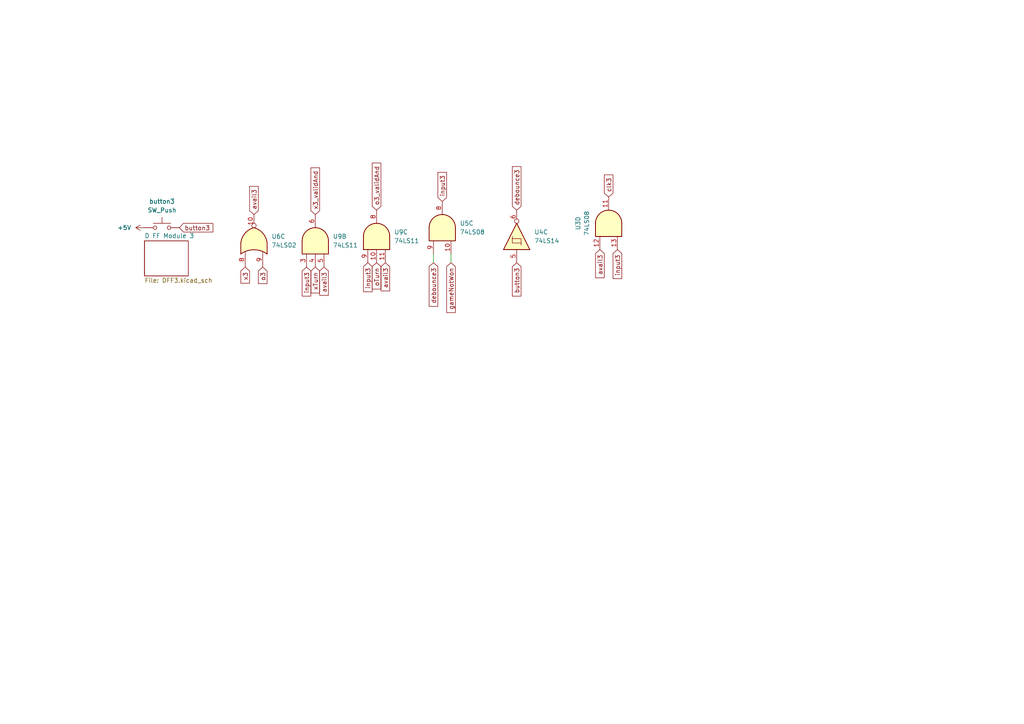
<source format=kicad_sch>
(kicad_sch
	(version 20250114)
	(generator "eeschema")
	(generator_version "9.0")
	(uuid "ecc926be-ca33-4adb-bca6-9f5bee590cbc")
	(paper "A4")
	(lib_symbols
		(symbol "74xx:74LS02"
			(pin_names
				(offset 1.016)
			)
			(exclude_from_sim no)
			(in_bom yes)
			(on_board yes)
			(property "Reference" "U"
				(at 0 1.27 0)
				(effects
					(font
						(size 1.27 1.27)
					)
				)
			)
			(property "Value" "74LS02"
				(at 0 -1.27 0)
				(effects
					(font
						(size 1.27 1.27)
					)
				)
			)
			(property "Footprint" ""
				(at 0 0 0)
				(effects
					(font
						(size 1.27 1.27)
					)
					(hide yes)
				)
			)
			(property "Datasheet" "http://www.ti.com/lit/gpn/sn74ls02"
				(at 0 0 0)
				(effects
					(font
						(size 1.27 1.27)
					)
					(hide yes)
				)
			)
			(property "Description" "quad 2-input NOR gate"
				(at 0 0 0)
				(effects
					(font
						(size 1.27 1.27)
					)
					(hide yes)
				)
			)
			(property "ki_locked" ""
				(at 0 0 0)
				(effects
					(font
						(size 1.27 1.27)
					)
				)
			)
			(property "ki_keywords" "TTL Nor2"
				(at 0 0 0)
				(effects
					(font
						(size 1.27 1.27)
					)
					(hide yes)
				)
			)
			(property "ki_fp_filters" "SO14* DIP*W7.62mm*"
				(at 0 0 0)
				(effects
					(font
						(size 1.27 1.27)
					)
					(hide yes)
				)
			)
			(symbol "74LS02_1_1"
				(arc
					(start -3.81 3.81)
					(mid -2.589 0)
					(end -3.81 -3.81)
					(stroke
						(width 0.254)
						(type default)
					)
					(fill
						(type none)
					)
				)
				(polyline
					(pts
						(xy -3.81 3.81) (xy -0.635 3.81)
					)
					(stroke
						(width 0.254)
						(type default)
					)
					(fill
						(type background)
					)
				)
				(polyline
					(pts
						(xy -3.81 -3.81) (xy -0.635 -3.81)
					)
					(stroke
						(width 0.254)
						(type default)
					)
					(fill
						(type background)
					)
				)
				(arc
					(start 3.81 0)
					(mid 2.1855 -2.584)
					(end -0.6096 -3.81)
					(stroke
						(width 0.254)
						(type default)
					)
					(fill
						(type background)
					)
				)
				(arc
					(start -0.6096 3.81)
					(mid 2.1928 2.5924)
					(end 3.81 0)
					(stroke
						(width 0.254)
						(type default)
					)
					(fill
						(type background)
					)
				)
				(polyline
					(pts
						(xy -0.635 3.81) (xy -3.81 3.81) (xy -3.81 3.81) (xy -3.556 3.4036) (xy -3.0226 2.2606) (xy -2.6924 1.0414)
						(xy -2.6162 -0.254) (xy -2.7686 -1.4986) (xy -3.175 -2.7178) (xy -3.81 -3.81) (xy -3.81 -3.81)
						(xy -0.635 -3.81)
					)
					(stroke
						(width -25.4)
						(type default)
					)
					(fill
						(type background)
					)
				)
				(pin input line
					(at -7.62 2.54 0)
					(length 4.318)
					(name "~"
						(effects
							(font
								(size 1.27 1.27)
							)
						)
					)
					(number "2"
						(effects
							(font
								(size 1.27 1.27)
							)
						)
					)
				)
				(pin input line
					(at -7.62 -2.54 0)
					(length 4.318)
					(name "~"
						(effects
							(font
								(size 1.27 1.27)
							)
						)
					)
					(number "3"
						(effects
							(font
								(size 1.27 1.27)
							)
						)
					)
				)
				(pin output inverted
					(at 7.62 0 180)
					(length 3.81)
					(name "~"
						(effects
							(font
								(size 1.27 1.27)
							)
						)
					)
					(number "1"
						(effects
							(font
								(size 1.27 1.27)
							)
						)
					)
				)
			)
			(symbol "74LS02_1_2"
				(arc
					(start 0 3.81)
					(mid 3.7934 0)
					(end 0 -3.81)
					(stroke
						(width 0.254)
						(type default)
					)
					(fill
						(type background)
					)
				)
				(polyline
					(pts
						(xy 0 3.81) (xy -3.81 3.81) (xy -3.81 -3.81) (xy 0 -3.81)
					)
					(stroke
						(width 0.254)
						(type default)
					)
					(fill
						(type background)
					)
				)
				(pin input inverted
					(at -7.62 2.54 0)
					(length 3.81)
					(name "~"
						(effects
							(font
								(size 1.27 1.27)
							)
						)
					)
					(number "2"
						(effects
							(font
								(size 1.27 1.27)
							)
						)
					)
				)
				(pin input inverted
					(at -7.62 -2.54 0)
					(length 3.81)
					(name "~"
						(effects
							(font
								(size 1.27 1.27)
							)
						)
					)
					(number "3"
						(effects
							(font
								(size 1.27 1.27)
							)
						)
					)
				)
				(pin output line
					(at 7.62 0 180)
					(length 3.81)
					(name "~"
						(effects
							(font
								(size 1.27 1.27)
							)
						)
					)
					(number "1"
						(effects
							(font
								(size 1.27 1.27)
							)
						)
					)
				)
			)
			(symbol "74LS02_2_1"
				(arc
					(start -3.81 3.81)
					(mid -2.589 0)
					(end -3.81 -3.81)
					(stroke
						(width 0.254)
						(type default)
					)
					(fill
						(type none)
					)
				)
				(polyline
					(pts
						(xy -3.81 3.81) (xy -0.635 3.81)
					)
					(stroke
						(width 0.254)
						(type default)
					)
					(fill
						(type background)
					)
				)
				(polyline
					(pts
						(xy -3.81 -3.81) (xy -0.635 -3.81)
					)
					(stroke
						(width 0.254)
						(type default)
					)
					(fill
						(type background)
					)
				)
				(arc
					(start 3.81 0)
					(mid 2.1855 -2.584)
					(end -0.6096 -3.81)
					(stroke
						(width 0.254)
						(type default)
					)
					(fill
						(type background)
					)
				)
				(arc
					(start -0.6096 3.81)
					(mid 2.1928 2.5924)
					(end 3.81 0)
					(stroke
						(width 0.254)
						(type default)
					)
					(fill
						(type background)
					)
				)
				(polyline
					(pts
						(xy -0.635 3.81) (xy -3.81 3.81) (xy -3.81 3.81) (xy -3.556 3.4036) (xy -3.0226 2.2606) (xy -2.6924 1.0414)
						(xy -2.6162 -0.254) (xy -2.7686 -1.4986) (xy -3.175 -2.7178) (xy -3.81 -3.81) (xy -3.81 -3.81)
						(xy -0.635 -3.81)
					)
					(stroke
						(width -25.4)
						(type default)
					)
					(fill
						(type background)
					)
				)
				(pin input line
					(at -7.62 2.54 0)
					(length 4.318)
					(name "~"
						(effects
							(font
								(size 1.27 1.27)
							)
						)
					)
					(number "5"
						(effects
							(font
								(size 1.27 1.27)
							)
						)
					)
				)
				(pin input line
					(at -7.62 -2.54 0)
					(length 4.318)
					(name "~"
						(effects
							(font
								(size 1.27 1.27)
							)
						)
					)
					(number "6"
						(effects
							(font
								(size 1.27 1.27)
							)
						)
					)
				)
				(pin output inverted
					(at 7.62 0 180)
					(length 3.81)
					(name "~"
						(effects
							(font
								(size 1.27 1.27)
							)
						)
					)
					(number "4"
						(effects
							(font
								(size 1.27 1.27)
							)
						)
					)
				)
			)
			(symbol "74LS02_2_2"
				(arc
					(start 0 3.81)
					(mid 3.7934 0)
					(end 0 -3.81)
					(stroke
						(width 0.254)
						(type default)
					)
					(fill
						(type background)
					)
				)
				(polyline
					(pts
						(xy 0 3.81) (xy -3.81 3.81) (xy -3.81 -3.81) (xy 0 -3.81)
					)
					(stroke
						(width 0.254)
						(type default)
					)
					(fill
						(type background)
					)
				)
				(pin input inverted
					(at -7.62 2.54 0)
					(length 3.81)
					(name "~"
						(effects
							(font
								(size 1.27 1.27)
							)
						)
					)
					(number "5"
						(effects
							(font
								(size 1.27 1.27)
							)
						)
					)
				)
				(pin input inverted
					(at -7.62 -2.54 0)
					(length 3.81)
					(name "~"
						(effects
							(font
								(size 1.27 1.27)
							)
						)
					)
					(number "6"
						(effects
							(font
								(size 1.27 1.27)
							)
						)
					)
				)
				(pin output line
					(at 7.62 0 180)
					(length 3.81)
					(name "~"
						(effects
							(font
								(size 1.27 1.27)
							)
						)
					)
					(number "4"
						(effects
							(font
								(size 1.27 1.27)
							)
						)
					)
				)
			)
			(symbol "74LS02_3_1"
				(arc
					(start -3.81 3.81)
					(mid -2.589 0)
					(end -3.81 -3.81)
					(stroke
						(width 0.254)
						(type default)
					)
					(fill
						(type none)
					)
				)
				(polyline
					(pts
						(xy -3.81 3.81) (xy -0.635 3.81)
					)
					(stroke
						(width 0.254)
						(type default)
					)
					(fill
						(type background)
					)
				)
				(polyline
					(pts
						(xy -3.81 -3.81) (xy -0.635 -3.81)
					)
					(stroke
						(width 0.254)
						(type default)
					)
					(fill
						(type background)
					)
				)
				(arc
					(start 3.81 0)
					(mid 2.1855 -2.584)
					(end -0.6096 -3.81)
					(stroke
						(width 0.254)
						(type default)
					)
					(fill
						(type background)
					)
				)
				(arc
					(start -0.6096 3.81)
					(mid 2.1928 2.5924)
					(end 3.81 0)
					(stroke
						(width 0.254)
						(type default)
					)
					(fill
						(type background)
					)
				)
				(polyline
					(pts
						(xy -0.635 3.81) (xy -3.81 3.81) (xy -3.81 3.81) (xy -3.556 3.4036) (xy -3.0226 2.2606) (xy -2.6924 1.0414)
						(xy -2.6162 -0.254) (xy -2.7686 -1.4986) (xy -3.175 -2.7178) (xy -3.81 -3.81) (xy -3.81 -3.81)
						(xy -0.635 -3.81)
					)
					(stroke
						(width -25.4)
						(type default)
					)
					(fill
						(type background)
					)
				)
				(pin input line
					(at -7.62 2.54 0)
					(length 4.318)
					(name "~"
						(effects
							(font
								(size 1.27 1.27)
							)
						)
					)
					(number "8"
						(effects
							(font
								(size 1.27 1.27)
							)
						)
					)
				)
				(pin input line
					(at -7.62 -2.54 0)
					(length 4.318)
					(name "~"
						(effects
							(font
								(size 1.27 1.27)
							)
						)
					)
					(number "9"
						(effects
							(font
								(size 1.27 1.27)
							)
						)
					)
				)
				(pin output inverted
					(at 7.62 0 180)
					(length 3.81)
					(name "~"
						(effects
							(font
								(size 1.27 1.27)
							)
						)
					)
					(number "10"
						(effects
							(font
								(size 1.27 1.27)
							)
						)
					)
				)
			)
			(symbol "74LS02_3_2"
				(arc
					(start 0 3.81)
					(mid 3.7934 0)
					(end 0 -3.81)
					(stroke
						(width 0.254)
						(type default)
					)
					(fill
						(type background)
					)
				)
				(polyline
					(pts
						(xy 0 3.81) (xy -3.81 3.81) (xy -3.81 -3.81) (xy 0 -3.81)
					)
					(stroke
						(width 0.254)
						(type default)
					)
					(fill
						(type background)
					)
				)
				(pin input inverted
					(at -7.62 2.54 0)
					(length 3.81)
					(name "~"
						(effects
							(font
								(size 1.27 1.27)
							)
						)
					)
					(number "8"
						(effects
							(font
								(size 1.27 1.27)
							)
						)
					)
				)
				(pin input inverted
					(at -7.62 -2.54 0)
					(length 3.81)
					(name "~"
						(effects
							(font
								(size 1.27 1.27)
							)
						)
					)
					(number "9"
						(effects
							(font
								(size 1.27 1.27)
							)
						)
					)
				)
				(pin output line
					(at 7.62 0 180)
					(length 3.81)
					(name "~"
						(effects
							(font
								(size 1.27 1.27)
							)
						)
					)
					(number "10"
						(effects
							(font
								(size 1.27 1.27)
							)
						)
					)
				)
			)
			(symbol "74LS02_4_1"
				(arc
					(start -3.81 3.81)
					(mid -2.589 0)
					(end -3.81 -3.81)
					(stroke
						(width 0.254)
						(type default)
					)
					(fill
						(type none)
					)
				)
				(polyline
					(pts
						(xy -3.81 3.81) (xy -0.635 3.81)
					)
					(stroke
						(width 0.254)
						(type default)
					)
					(fill
						(type background)
					)
				)
				(polyline
					(pts
						(xy -3.81 -3.81) (xy -0.635 -3.81)
					)
					(stroke
						(width 0.254)
						(type default)
					)
					(fill
						(type background)
					)
				)
				(arc
					(start 3.81 0)
					(mid 2.1855 -2.584)
					(end -0.6096 -3.81)
					(stroke
						(width 0.254)
						(type default)
					)
					(fill
						(type background)
					)
				)
				(arc
					(start -0.6096 3.81)
					(mid 2.1928 2.5924)
					(end 3.81 0)
					(stroke
						(width 0.254)
						(type default)
					)
					(fill
						(type background)
					)
				)
				(polyline
					(pts
						(xy -0.635 3.81) (xy -3.81 3.81) (xy -3.81 3.81) (xy -3.556 3.4036) (xy -3.0226 2.2606) (xy -2.6924 1.0414)
						(xy -2.6162 -0.254) (xy -2.7686 -1.4986) (xy -3.175 -2.7178) (xy -3.81 -3.81) (xy -3.81 -3.81)
						(xy -0.635 -3.81)
					)
					(stroke
						(width -25.4)
						(type default)
					)
					(fill
						(type background)
					)
				)
				(pin input line
					(at -7.62 2.54 0)
					(length 4.318)
					(name "~"
						(effects
							(font
								(size 1.27 1.27)
							)
						)
					)
					(number "11"
						(effects
							(font
								(size 1.27 1.27)
							)
						)
					)
				)
				(pin input line
					(at -7.62 -2.54 0)
					(length 4.318)
					(name "~"
						(effects
							(font
								(size 1.27 1.27)
							)
						)
					)
					(number "12"
						(effects
							(font
								(size 1.27 1.27)
							)
						)
					)
				)
				(pin output inverted
					(at 7.62 0 180)
					(length 3.81)
					(name "~"
						(effects
							(font
								(size 1.27 1.27)
							)
						)
					)
					(number "13"
						(effects
							(font
								(size 1.27 1.27)
							)
						)
					)
				)
			)
			(symbol "74LS02_4_2"
				(arc
					(start 0 3.81)
					(mid 3.7934 0)
					(end 0 -3.81)
					(stroke
						(width 0.254)
						(type default)
					)
					(fill
						(type background)
					)
				)
				(polyline
					(pts
						(xy 0 3.81) (xy -3.81 3.81) (xy -3.81 -3.81) (xy 0 -3.81)
					)
					(stroke
						(width 0.254)
						(type default)
					)
					(fill
						(type background)
					)
				)
				(pin input inverted
					(at -7.62 2.54 0)
					(length 3.81)
					(name "~"
						(effects
							(font
								(size 1.27 1.27)
							)
						)
					)
					(number "11"
						(effects
							(font
								(size 1.27 1.27)
							)
						)
					)
				)
				(pin input inverted
					(at -7.62 -2.54 0)
					(length 3.81)
					(name "~"
						(effects
							(font
								(size 1.27 1.27)
							)
						)
					)
					(number "12"
						(effects
							(font
								(size 1.27 1.27)
							)
						)
					)
				)
				(pin output line
					(at 7.62 0 180)
					(length 3.81)
					(name "~"
						(effects
							(font
								(size 1.27 1.27)
							)
						)
					)
					(number "13"
						(effects
							(font
								(size 1.27 1.27)
							)
						)
					)
				)
			)
			(symbol "74LS02_5_0"
				(pin power_in line
					(at 0 12.7 270)
					(length 5.08)
					(name "VCC"
						(effects
							(font
								(size 1.27 1.27)
							)
						)
					)
					(number "14"
						(effects
							(font
								(size 1.27 1.27)
							)
						)
					)
				)
				(pin power_in line
					(at 0 -12.7 90)
					(length 5.08)
					(name "GND"
						(effects
							(font
								(size 1.27 1.27)
							)
						)
					)
					(number "7"
						(effects
							(font
								(size 1.27 1.27)
							)
						)
					)
				)
			)
			(symbol "74LS02_5_1"
				(rectangle
					(start -5.08 7.62)
					(end 5.08 -7.62)
					(stroke
						(width 0.254)
						(type default)
					)
					(fill
						(type background)
					)
				)
			)
			(embedded_fonts no)
		)
		(symbol "74xx:74LS08"
			(pin_names
				(offset 1.016)
			)
			(exclude_from_sim no)
			(in_bom yes)
			(on_board yes)
			(property "Reference" "U"
				(at 0 1.27 0)
				(effects
					(font
						(size 1.27 1.27)
					)
				)
			)
			(property "Value" "74LS08"
				(at 0 -1.27 0)
				(effects
					(font
						(size 1.27 1.27)
					)
				)
			)
			(property "Footprint" ""
				(at 0 0 0)
				(effects
					(font
						(size 1.27 1.27)
					)
					(hide yes)
				)
			)
			(property "Datasheet" "http://www.ti.com/lit/gpn/sn74LS08"
				(at 0 0 0)
				(effects
					(font
						(size 1.27 1.27)
					)
					(hide yes)
				)
			)
			(property "Description" "Quad And2"
				(at 0 0 0)
				(effects
					(font
						(size 1.27 1.27)
					)
					(hide yes)
				)
			)
			(property "ki_locked" ""
				(at 0 0 0)
				(effects
					(font
						(size 1.27 1.27)
					)
				)
			)
			(property "ki_keywords" "TTL and2"
				(at 0 0 0)
				(effects
					(font
						(size 1.27 1.27)
					)
					(hide yes)
				)
			)
			(property "ki_fp_filters" "DIP*W7.62mm*"
				(at 0 0 0)
				(effects
					(font
						(size 1.27 1.27)
					)
					(hide yes)
				)
			)
			(symbol "74LS08_1_1"
				(arc
					(start 0 3.81)
					(mid 3.7934 0)
					(end 0 -3.81)
					(stroke
						(width 0.254)
						(type default)
					)
					(fill
						(type background)
					)
				)
				(polyline
					(pts
						(xy 0 3.81) (xy -3.81 3.81) (xy -3.81 -3.81) (xy 0 -3.81)
					)
					(stroke
						(width 0.254)
						(type default)
					)
					(fill
						(type background)
					)
				)
				(pin input line
					(at -7.62 2.54 0)
					(length 3.81)
					(name "~"
						(effects
							(font
								(size 1.27 1.27)
							)
						)
					)
					(number "1"
						(effects
							(font
								(size 1.27 1.27)
							)
						)
					)
				)
				(pin input line
					(at -7.62 -2.54 0)
					(length 3.81)
					(name "~"
						(effects
							(font
								(size 1.27 1.27)
							)
						)
					)
					(number "2"
						(effects
							(font
								(size 1.27 1.27)
							)
						)
					)
				)
				(pin output line
					(at 7.62 0 180)
					(length 3.81)
					(name "~"
						(effects
							(font
								(size 1.27 1.27)
							)
						)
					)
					(number "3"
						(effects
							(font
								(size 1.27 1.27)
							)
						)
					)
				)
			)
			(symbol "74LS08_1_2"
				(arc
					(start -3.81 3.81)
					(mid -2.589 0)
					(end -3.81 -3.81)
					(stroke
						(width 0.254)
						(type default)
					)
					(fill
						(type none)
					)
				)
				(polyline
					(pts
						(xy -3.81 3.81) (xy -0.635 3.81)
					)
					(stroke
						(width 0.254)
						(type default)
					)
					(fill
						(type background)
					)
				)
				(polyline
					(pts
						(xy -3.81 -3.81) (xy -0.635 -3.81)
					)
					(stroke
						(width 0.254)
						(type default)
					)
					(fill
						(type background)
					)
				)
				(arc
					(start 3.81 0)
					(mid 2.1855 -2.584)
					(end -0.6096 -3.81)
					(stroke
						(width 0.254)
						(type default)
					)
					(fill
						(type background)
					)
				)
				(arc
					(start -0.6096 3.81)
					(mid 2.1928 2.5924)
					(end 3.81 0)
					(stroke
						(width 0.254)
						(type default)
					)
					(fill
						(type background)
					)
				)
				(polyline
					(pts
						(xy -0.635 3.81) (xy -3.81 3.81) (xy -3.81 3.81) (xy -3.556 3.4036) (xy -3.0226 2.2606) (xy -2.6924 1.0414)
						(xy -2.6162 -0.254) (xy -2.7686 -1.4986) (xy -3.175 -2.7178) (xy -3.81 -3.81) (xy -3.81 -3.81)
						(xy -0.635 -3.81)
					)
					(stroke
						(width -25.4)
						(type default)
					)
					(fill
						(type background)
					)
				)
				(pin input inverted
					(at -7.62 2.54 0)
					(length 4.318)
					(name "~"
						(effects
							(font
								(size 1.27 1.27)
							)
						)
					)
					(number "1"
						(effects
							(font
								(size 1.27 1.27)
							)
						)
					)
				)
				(pin input inverted
					(at -7.62 -2.54 0)
					(length 4.318)
					(name "~"
						(effects
							(font
								(size 1.27 1.27)
							)
						)
					)
					(number "2"
						(effects
							(font
								(size 1.27 1.27)
							)
						)
					)
				)
				(pin output inverted
					(at 7.62 0 180)
					(length 3.81)
					(name "~"
						(effects
							(font
								(size 1.27 1.27)
							)
						)
					)
					(number "3"
						(effects
							(font
								(size 1.27 1.27)
							)
						)
					)
				)
			)
			(symbol "74LS08_2_1"
				(arc
					(start 0 3.81)
					(mid 3.7934 0)
					(end 0 -3.81)
					(stroke
						(width 0.254)
						(type default)
					)
					(fill
						(type background)
					)
				)
				(polyline
					(pts
						(xy 0 3.81) (xy -3.81 3.81) (xy -3.81 -3.81) (xy 0 -3.81)
					)
					(stroke
						(width 0.254)
						(type default)
					)
					(fill
						(type background)
					)
				)
				(pin input line
					(at -7.62 2.54 0)
					(length 3.81)
					(name "~"
						(effects
							(font
								(size 1.27 1.27)
							)
						)
					)
					(number "4"
						(effects
							(font
								(size 1.27 1.27)
							)
						)
					)
				)
				(pin input line
					(at -7.62 -2.54 0)
					(length 3.81)
					(name "~"
						(effects
							(font
								(size 1.27 1.27)
							)
						)
					)
					(number "5"
						(effects
							(font
								(size 1.27 1.27)
							)
						)
					)
				)
				(pin output line
					(at 7.62 0 180)
					(length 3.81)
					(name "~"
						(effects
							(font
								(size 1.27 1.27)
							)
						)
					)
					(number "6"
						(effects
							(font
								(size 1.27 1.27)
							)
						)
					)
				)
			)
			(symbol "74LS08_2_2"
				(arc
					(start -3.81 3.81)
					(mid -2.589 0)
					(end -3.81 -3.81)
					(stroke
						(width 0.254)
						(type default)
					)
					(fill
						(type none)
					)
				)
				(polyline
					(pts
						(xy -3.81 3.81) (xy -0.635 3.81)
					)
					(stroke
						(width 0.254)
						(type default)
					)
					(fill
						(type background)
					)
				)
				(polyline
					(pts
						(xy -3.81 -3.81) (xy -0.635 -3.81)
					)
					(stroke
						(width 0.254)
						(type default)
					)
					(fill
						(type background)
					)
				)
				(arc
					(start 3.81 0)
					(mid 2.1855 -2.584)
					(end -0.6096 -3.81)
					(stroke
						(width 0.254)
						(type default)
					)
					(fill
						(type background)
					)
				)
				(arc
					(start -0.6096 3.81)
					(mid 2.1928 2.5924)
					(end 3.81 0)
					(stroke
						(width 0.254)
						(type default)
					)
					(fill
						(type background)
					)
				)
				(polyline
					(pts
						(xy -0.635 3.81) (xy -3.81 3.81) (xy -3.81 3.81) (xy -3.556 3.4036) (xy -3.0226 2.2606) (xy -2.6924 1.0414)
						(xy -2.6162 -0.254) (xy -2.7686 -1.4986) (xy -3.175 -2.7178) (xy -3.81 -3.81) (xy -3.81 -3.81)
						(xy -0.635 -3.81)
					)
					(stroke
						(width -25.4)
						(type default)
					)
					(fill
						(type background)
					)
				)
				(pin input inverted
					(at -7.62 2.54 0)
					(length 4.318)
					(name "~"
						(effects
							(font
								(size 1.27 1.27)
							)
						)
					)
					(number "4"
						(effects
							(font
								(size 1.27 1.27)
							)
						)
					)
				)
				(pin input inverted
					(at -7.62 -2.54 0)
					(length 4.318)
					(name "~"
						(effects
							(font
								(size 1.27 1.27)
							)
						)
					)
					(number "5"
						(effects
							(font
								(size 1.27 1.27)
							)
						)
					)
				)
				(pin output inverted
					(at 7.62 0 180)
					(length 3.81)
					(name "~"
						(effects
							(font
								(size 1.27 1.27)
							)
						)
					)
					(number "6"
						(effects
							(font
								(size 1.27 1.27)
							)
						)
					)
				)
			)
			(symbol "74LS08_3_1"
				(arc
					(start 0 3.81)
					(mid 3.7934 0)
					(end 0 -3.81)
					(stroke
						(width 0.254)
						(type default)
					)
					(fill
						(type background)
					)
				)
				(polyline
					(pts
						(xy 0 3.81) (xy -3.81 3.81) (xy -3.81 -3.81) (xy 0 -3.81)
					)
					(stroke
						(width 0.254)
						(type default)
					)
					(fill
						(type background)
					)
				)
				(pin input line
					(at -7.62 2.54 0)
					(length 3.81)
					(name "~"
						(effects
							(font
								(size 1.27 1.27)
							)
						)
					)
					(number "9"
						(effects
							(font
								(size 1.27 1.27)
							)
						)
					)
				)
				(pin input line
					(at -7.62 -2.54 0)
					(length 3.81)
					(name "~"
						(effects
							(font
								(size 1.27 1.27)
							)
						)
					)
					(number "10"
						(effects
							(font
								(size 1.27 1.27)
							)
						)
					)
				)
				(pin output line
					(at 7.62 0 180)
					(length 3.81)
					(name "~"
						(effects
							(font
								(size 1.27 1.27)
							)
						)
					)
					(number "8"
						(effects
							(font
								(size 1.27 1.27)
							)
						)
					)
				)
			)
			(symbol "74LS08_3_2"
				(arc
					(start -3.81 3.81)
					(mid -2.589 0)
					(end -3.81 -3.81)
					(stroke
						(width 0.254)
						(type default)
					)
					(fill
						(type none)
					)
				)
				(polyline
					(pts
						(xy -3.81 3.81) (xy -0.635 3.81)
					)
					(stroke
						(width 0.254)
						(type default)
					)
					(fill
						(type background)
					)
				)
				(polyline
					(pts
						(xy -3.81 -3.81) (xy -0.635 -3.81)
					)
					(stroke
						(width 0.254)
						(type default)
					)
					(fill
						(type background)
					)
				)
				(arc
					(start 3.81 0)
					(mid 2.1855 -2.584)
					(end -0.6096 -3.81)
					(stroke
						(width 0.254)
						(type default)
					)
					(fill
						(type background)
					)
				)
				(arc
					(start -0.6096 3.81)
					(mid 2.1928 2.5924)
					(end 3.81 0)
					(stroke
						(width 0.254)
						(type default)
					)
					(fill
						(type background)
					)
				)
				(polyline
					(pts
						(xy -0.635 3.81) (xy -3.81 3.81) (xy -3.81 3.81) (xy -3.556 3.4036) (xy -3.0226 2.2606) (xy -2.6924 1.0414)
						(xy -2.6162 -0.254) (xy -2.7686 -1.4986) (xy -3.175 -2.7178) (xy -3.81 -3.81) (xy -3.81 -3.81)
						(xy -0.635 -3.81)
					)
					(stroke
						(width -25.4)
						(type default)
					)
					(fill
						(type background)
					)
				)
				(pin input inverted
					(at -7.62 2.54 0)
					(length 4.318)
					(name "~"
						(effects
							(font
								(size 1.27 1.27)
							)
						)
					)
					(number "9"
						(effects
							(font
								(size 1.27 1.27)
							)
						)
					)
				)
				(pin input inverted
					(at -7.62 -2.54 0)
					(length 4.318)
					(name "~"
						(effects
							(font
								(size 1.27 1.27)
							)
						)
					)
					(number "10"
						(effects
							(font
								(size 1.27 1.27)
							)
						)
					)
				)
				(pin output inverted
					(at 7.62 0 180)
					(length 3.81)
					(name "~"
						(effects
							(font
								(size 1.27 1.27)
							)
						)
					)
					(number "8"
						(effects
							(font
								(size 1.27 1.27)
							)
						)
					)
				)
			)
			(symbol "74LS08_4_1"
				(arc
					(start 0 3.81)
					(mid 3.7934 0)
					(end 0 -3.81)
					(stroke
						(width 0.254)
						(type default)
					)
					(fill
						(type background)
					)
				)
				(polyline
					(pts
						(xy 0 3.81) (xy -3.81 3.81) (xy -3.81 -3.81) (xy 0 -3.81)
					)
					(stroke
						(width 0.254)
						(type default)
					)
					(fill
						(type background)
					)
				)
				(pin input line
					(at -7.62 2.54 0)
					(length 3.81)
					(name "~"
						(effects
							(font
								(size 1.27 1.27)
							)
						)
					)
					(number "12"
						(effects
							(font
								(size 1.27 1.27)
							)
						)
					)
				)
				(pin input line
					(at -7.62 -2.54 0)
					(length 3.81)
					(name "~"
						(effects
							(font
								(size 1.27 1.27)
							)
						)
					)
					(number "13"
						(effects
							(font
								(size 1.27 1.27)
							)
						)
					)
				)
				(pin output line
					(at 7.62 0 180)
					(length 3.81)
					(name "~"
						(effects
							(font
								(size 1.27 1.27)
							)
						)
					)
					(number "11"
						(effects
							(font
								(size 1.27 1.27)
							)
						)
					)
				)
			)
			(symbol "74LS08_4_2"
				(arc
					(start -3.81 3.81)
					(mid -2.589 0)
					(end -3.81 -3.81)
					(stroke
						(width 0.254)
						(type default)
					)
					(fill
						(type none)
					)
				)
				(polyline
					(pts
						(xy -3.81 3.81) (xy -0.635 3.81)
					)
					(stroke
						(width 0.254)
						(type default)
					)
					(fill
						(type background)
					)
				)
				(polyline
					(pts
						(xy -3.81 -3.81) (xy -0.635 -3.81)
					)
					(stroke
						(width 0.254)
						(type default)
					)
					(fill
						(type background)
					)
				)
				(arc
					(start 3.81 0)
					(mid 2.1855 -2.584)
					(end -0.6096 -3.81)
					(stroke
						(width 0.254)
						(type default)
					)
					(fill
						(type background)
					)
				)
				(arc
					(start -0.6096 3.81)
					(mid 2.1928 2.5924)
					(end 3.81 0)
					(stroke
						(width 0.254)
						(type default)
					)
					(fill
						(type background)
					)
				)
				(polyline
					(pts
						(xy -0.635 3.81) (xy -3.81 3.81) (xy -3.81 3.81) (xy -3.556 3.4036) (xy -3.0226 2.2606) (xy -2.6924 1.0414)
						(xy -2.6162 -0.254) (xy -2.7686 -1.4986) (xy -3.175 -2.7178) (xy -3.81 -3.81) (xy -3.81 -3.81)
						(xy -0.635 -3.81)
					)
					(stroke
						(width -25.4)
						(type default)
					)
					(fill
						(type background)
					)
				)
				(pin input inverted
					(at -7.62 2.54 0)
					(length 4.318)
					(name "~"
						(effects
							(font
								(size 1.27 1.27)
							)
						)
					)
					(number "12"
						(effects
							(font
								(size 1.27 1.27)
							)
						)
					)
				)
				(pin input inverted
					(at -7.62 -2.54 0)
					(length 4.318)
					(name "~"
						(effects
							(font
								(size 1.27 1.27)
							)
						)
					)
					(number "13"
						(effects
							(font
								(size 1.27 1.27)
							)
						)
					)
				)
				(pin output inverted
					(at 7.62 0 180)
					(length 3.81)
					(name "~"
						(effects
							(font
								(size 1.27 1.27)
							)
						)
					)
					(number "11"
						(effects
							(font
								(size 1.27 1.27)
							)
						)
					)
				)
			)
			(symbol "74LS08_5_0"
				(pin power_in line
					(at 0 12.7 270)
					(length 5.08)
					(name "VCC"
						(effects
							(font
								(size 1.27 1.27)
							)
						)
					)
					(number "14"
						(effects
							(font
								(size 1.27 1.27)
							)
						)
					)
				)
				(pin power_in line
					(at 0 -12.7 90)
					(length 5.08)
					(name "GND"
						(effects
							(font
								(size 1.27 1.27)
							)
						)
					)
					(number "7"
						(effects
							(font
								(size 1.27 1.27)
							)
						)
					)
				)
			)
			(symbol "74LS08_5_1"
				(rectangle
					(start -5.08 7.62)
					(end 5.08 -7.62)
					(stroke
						(width 0.254)
						(type default)
					)
					(fill
						(type background)
					)
				)
			)
			(embedded_fonts no)
		)
		(symbol "74xx:74LS11"
			(pin_names
				(offset 1.016)
			)
			(exclude_from_sim no)
			(in_bom yes)
			(on_board yes)
			(property "Reference" "U"
				(at 0 1.27 0)
				(effects
					(font
						(size 1.27 1.27)
					)
				)
			)
			(property "Value" "74LS11"
				(at 0 -1.27 0)
				(effects
					(font
						(size 1.27 1.27)
					)
				)
			)
			(property "Footprint" ""
				(at 0 0 0)
				(effects
					(font
						(size 1.27 1.27)
					)
					(hide yes)
				)
			)
			(property "Datasheet" "http://www.ti.com/lit/gpn/sn74LS11"
				(at 0 0 0)
				(effects
					(font
						(size 1.27 1.27)
					)
					(hide yes)
				)
			)
			(property "Description" "Triple 3-input AND"
				(at 0 0 0)
				(effects
					(font
						(size 1.27 1.27)
					)
					(hide yes)
				)
			)
			(property "ki_locked" ""
				(at 0 0 0)
				(effects
					(font
						(size 1.27 1.27)
					)
				)
			)
			(property "ki_keywords" "TTL And3"
				(at 0 0 0)
				(effects
					(font
						(size 1.27 1.27)
					)
					(hide yes)
				)
			)
			(property "ki_fp_filters" "DIP*W7.62mm*"
				(at 0 0 0)
				(effects
					(font
						(size 1.27 1.27)
					)
					(hide yes)
				)
			)
			(symbol "74LS11_1_1"
				(arc
					(start 0 3.81)
					(mid 3.7934 0)
					(end 0 -3.81)
					(stroke
						(width 0.254)
						(type default)
					)
					(fill
						(type background)
					)
				)
				(polyline
					(pts
						(xy 0 3.81) (xy -3.81 3.81) (xy -3.81 -3.81) (xy 0 -3.81)
					)
					(stroke
						(width 0.254)
						(type default)
					)
					(fill
						(type background)
					)
				)
				(pin input line
					(at -7.62 2.54 0)
					(length 3.81)
					(name "~"
						(effects
							(font
								(size 1.27 1.27)
							)
						)
					)
					(number "1"
						(effects
							(font
								(size 1.27 1.27)
							)
						)
					)
				)
				(pin input line
					(at -7.62 0 0)
					(length 3.81)
					(name "~"
						(effects
							(font
								(size 1.27 1.27)
							)
						)
					)
					(number "2"
						(effects
							(font
								(size 1.27 1.27)
							)
						)
					)
				)
				(pin input line
					(at -7.62 -2.54 0)
					(length 3.81)
					(name "~"
						(effects
							(font
								(size 1.27 1.27)
							)
						)
					)
					(number "13"
						(effects
							(font
								(size 1.27 1.27)
							)
						)
					)
				)
				(pin output line
					(at 7.62 0 180)
					(length 3.81)
					(name "~"
						(effects
							(font
								(size 1.27 1.27)
							)
						)
					)
					(number "12"
						(effects
							(font
								(size 1.27 1.27)
							)
						)
					)
				)
			)
			(symbol "74LS11_1_2"
				(arc
					(start -3.81 3.81)
					(mid -2.589 0)
					(end -3.81 -3.81)
					(stroke
						(width 0.254)
						(type default)
					)
					(fill
						(type none)
					)
				)
				(polyline
					(pts
						(xy -3.81 3.81) (xy -0.635 3.81)
					)
					(stroke
						(width 0.254)
						(type default)
					)
					(fill
						(type background)
					)
				)
				(polyline
					(pts
						(xy -3.81 -3.81) (xy -0.635 -3.81)
					)
					(stroke
						(width 0.254)
						(type default)
					)
					(fill
						(type background)
					)
				)
				(arc
					(start 3.81 0)
					(mid 2.1855 -2.584)
					(end -0.6096 -3.81)
					(stroke
						(width 0.254)
						(type default)
					)
					(fill
						(type background)
					)
				)
				(arc
					(start -0.6096 3.81)
					(mid 2.1928 2.5924)
					(end 3.81 0)
					(stroke
						(width 0.254)
						(type default)
					)
					(fill
						(type background)
					)
				)
				(polyline
					(pts
						(xy -0.635 3.81) (xy -3.81 3.81) (xy -3.81 3.81) (xy -3.556 3.4036) (xy -3.0226 2.2606) (xy -2.6924 1.0414)
						(xy -2.6162 -0.254) (xy -2.7686 -1.4986) (xy -3.175 -2.7178) (xy -3.81 -3.81) (xy -3.81 -3.81)
						(xy -0.635 -3.81)
					)
					(stroke
						(width -25.4)
						(type default)
					)
					(fill
						(type background)
					)
				)
				(pin input inverted
					(at -7.62 2.54 0)
					(length 4.318)
					(name "~"
						(effects
							(font
								(size 1.27 1.27)
							)
						)
					)
					(number "1"
						(effects
							(font
								(size 1.27 1.27)
							)
						)
					)
				)
				(pin input inverted
					(at -7.62 0 0)
					(length 4.953)
					(name "~"
						(effects
							(font
								(size 1.27 1.27)
							)
						)
					)
					(number "2"
						(effects
							(font
								(size 1.27 1.27)
							)
						)
					)
				)
				(pin input inverted
					(at -7.62 -2.54 0)
					(length 4.318)
					(name "~"
						(effects
							(font
								(size 1.27 1.27)
							)
						)
					)
					(number "13"
						(effects
							(font
								(size 1.27 1.27)
							)
						)
					)
				)
				(pin output inverted
					(at 7.62 0 180)
					(length 3.81)
					(name "~"
						(effects
							(font
								(size 1.27 1.27)
							)
						)
					)
					(number "12"
						(effects
							(font
								(size 1.27 1.27)
							)
						)
					)
				)
			)
			(symbol "74LS11_2_1"
				(arc
					(start 0 3.81)
					(mid 3.7934 0)
					(end 0 -3.81)
					(stroke
						(width 0.254)
						(type default)
					)
					(fill
						(type background)
					)
				)
				(polyline
					(pts
						(xy 0 3.81) (xy -3.81 3.81) (xy -3.81 -3.81) (xy 0 -3.81)
					)
					(stroke
						(width 0.254)
						(type default)
					)
					(fill
						(type background)
					)
				)
				(pin input line
					(at -7.62 2.54 0)
					(length 3.81)
					(name "~"
						(effects
							(font
								(size 1.27 1.27)
							)
						)
					)
					(number "3"
						(effects
							(font
								(size 1.27 1.27)
							)
						)
					)
				)
				(pin input line
					(at -7.62 0 0)
					(length 3.81)
					(name "~"
						(effects
							(font
								(size 1.27 1.27)
							)
						)
					)
					(number "4"
						(effects
							(font
								(size 1.27 1.27)
							)
						)
					)
				)
				(pin input line
					(at -7.62 -2.54 0)
					(length 3.81)
					(name "~"
						(effects
							(font
								(size 1.27 1.27)
							)
						)
					)
					(number "5"
						(effects
							(font
								(size 1.27 1.27)
							)
						)
					)
				)
				(pin output line
					(at 7.62 0 180)
					(length 3.81)
					(name "~"
						(effects
							(font
								(size 1.27 1.27)
							)
						)
					)
					(number "6"
						(effects
							(font
								(size 1.27 1.27)
							)
						)
					)
				)
			)
			(symbol "74LS11_2_2"
				(arc
					(start -3.81 3.81)
					(mid -2.589 0)
					(end -3.81 -3.81)
					(stroke
						(width 0.254)
						(type default)
					)
					(fill
						(type none)
					)
				)
				(polyline
					(pts
						(xy -3.81 3.81) (xy -0.635 3.81)
					)
					(stroke
						(width 0.254)
						(type default)
					)
					(fill
						(type background)
					)
				)
				(polyline
					(pts
						(xy -3.81 -3.81) (xy -0.635 -3.81)
					)
					(stroke
						(width 0.254)
						(type default)
					)
					(fill
						(type background)
					)
				)
				(arc
					(start 3.81 0)
					(mid 2.1855 -2.584)
					(end -0.6096 -3.81)
					(stroke
						(width 0.254)
						(type default)
					)
					(fill
						(type background)
					)
				)
				(arc
					(start -0.6096 3.81)
					(mid 2.1928 2.5924)
					(end 3.81 0)
					(stroke
						(width 0.254)
						(type default)
					)
					(fill
						(type background)
					)
				)
				(polyline
					(pts
						(xy -0.635 3.81) (xy -3.81 3.81) (xy -3.81 3.81) (xy -3.556 3.4036) (xy -3.0226 2.2606) (xy -2.6924 1.0414)
						(xy -2.6162 -0.254) (xy -2.7686 -1.4986) (xy -3.175 -2.7178) (xy -3.81 -3.81) (xy -3.81 -3.81)
						(xy -0.635 -3.81)
					)
					(stroke
						(width -25.4)
						(type default)
					)
					(fill
						(type background)
					)
				)
				(pin input inverted
					(at -7.62 2.54 0)
					(length 4.318)
					(name "~"
						(effects
							(font
								(size 1.27 1.27)
							)
						)
					)
					(number "3"
						(effects
							(font
								(size 1.27 1.27)
							)
						)
					)
				)
				(pin input inverted
					(at -7.62 0 0)
					(length 4.953)
					(name "~"
						(effects
							(font
								(size 1.27 1.27)
							)
						)
					)
					(number "4"
						(effects
							(font
								(size 1.27 1.27)
							)
						)
					)
				)
				(pin input inverted
					(at -7.62 -2.54 0)
					(length 4.318)
					(name "~"
						(effects
							(font
								(size 1.27 1.27)
							)
						)
					)
					(number "5"
						(effects
							(font
								(size 1.27 1.27)
							)
						)
					)
				)
				(pin output inverted
					(at 7.62 0 180)
					(length 3.81)
					(name "~"
						(effects
							(font
								(size 1.27 1.27)
							)
						)
					)
					(number "6"
						(effects
							(font
								(size 1.27 1.27)
							)
						)
					)
				)
			)
			(symbol "74LS11_3_1"
				(arc
					(start 0 3.81)
					(mid 3.7934 0)
					(end 0 -3.81)
					(stroke
						(width 0.254)
						(type default)
					)
					(fill
						(type background)
					)
				)
				(polyline
					(pts
						(xy 0 3.81) (xy -3.81 3.81) (xy -3.81 -3.81) (xy 0 -3.81)
					)
					(stroke
						(width 0.254)
						(type default)
					)
					(fill
						(type background)
					)
				)
				(pin input line
					(at -7.62 2.54 0)
					(length 3.81)
					(name "~"
						(effects
							(font
								(size 1.27 1.27)
							)
						)
					)
					(number "9"
						(effects
							(font
								(size 1.27 1.27)
							)
						)
					)
				)
				(pin input line
					(at -7.62 0 0)
					(length 3.81)
					(name "~"
						(effects
							(font
								(size 1.27 1.27)
							)
						)
					)
					(number "10"
						(effects
							(font
								(size 1.27 1.27)
							)
						)
					)
				)
				(pin input line
					(at -7.62 -2.54 0)
					(length 3.81)
					(name "~"
						(effects
							(font
								(size 1.27 1.27)
							)
						)
					)
					(number "11"
						(effects
							(font
								(size 1.27 1.27)
							)
						)
					)
				)
				(pin output line
					(at 7.62 0 180)
					(length 3.81)
					(name "~"
						(effects
							(font
								(size 1.27 1.27)
							)
						)
					)
					(number "8"
						(effects
							(font
								(size 1.27 1.27)
							)
						)
					)
				)
			)
			(symbol "74LS11_3_2"
				(arc
					(start -3.81 3.81)
					(mid -2.589 0)
					(end -3.81 -3.81)
					(stroke
						(width 0.254)
						(type default)
					)
					(fill
						(type none)
					)
				)
				(polyline
					(pts
						(xy -3.81 3.81) (xy -0.635 3.81)
					)
					(stroke
						(width 0.254)
						(type default)
					)
					(fill
						(type background)
					)
				)
				(polyline
					(pts
						(xy -3.81 -3.81) (xy -0.635 -3.81)
					)
					(stroke
						(width 0.254)
						(type default)
					)
					(fill
						(type background)
					)
				)
				(arc
					(start 3.81 0)
					(mid 2.1855 -2.584)
					(end -0.6096 -3.81)
					(stroke
						(width 0.254)
						(type default)
					)
					(fill
						(type background)
					)
				)
				(arc
					(start -0.6096 3.81)
					(mid 2.1928 2.5924)
					(end 3.81 0)
					(stroke
						(width 0.254)
						(type default)
					)
					(fill
						(type background)
					)
				)
				(polyline
					(pts
						(xy -0.635 3.81) (xy -3.81 3.81) (xy -3.81 3.81) (xy -3.556 3.4036) (xy -3.0226 2.2606) (xy -2.6924 1.0414)
						(xy -2.6162 -0.254) (xy -2.7686 -1.4986) (xy -3.175 -2.7178) (xy -3.81 -3.81) (xy -3.81 -3.81)
						(xy -0.635 -3.81)
					)
					(stroke
						(width -25.4)
						(type default)
					)
					(fill
						(type background)
					)
				)
				(pin input inverted
					(at -7.62 2.54 0)
					(length 4.318)
					(name "~"
						(effects
							(font
								(size 1.27 1.27)
							)
						)
					)
					(number "9"
						(effects
							(font
								(size 1.27 1.27)
							)
						)
					)
				)
				(pin input inverted
					(at -7.62 0 0)
					(length 4.953)
					(name "~"
						(effects
							(font
								(size 1.27 1.27)
							)
						)
					)
					(number "10"
						(effects
							(font
								(size 1.27 1.27)
							)
						)
					)
				)
				(pin input inverted
					(at -7.62 -2.54 0)
					(length 4.318)
					(name "~"
						(effects
							(font
								(size 1.27 1.27)
							)
						)
					)
					(number "11"
						(effects
							(font
								(size 1.27 1.27)
							)
						)
					)
				)
				(pin output inverted
					(at 7.62 0 180)
					(length 3.81)
					(name "~"
						(effects
							(font
								(size 1.27 1.27)
							)
						)
					)
					(number "8"
						(effects
							(font
								(size 1.27 1.27)
							)
						)
					)
				)
			)
			(symbol "74LS11_4_0"
				(pin power_in line
					(at 0 12.7 270)
					(length 5.08)
					(name "VCC"
						(effects
							(font
								(size 1.27 1.27)
							)
						)
					)
					(number "14"
						(effects
							(font
								(size 1.27 1.27)
							)
						)
					)
				)
				(pin power_in line
					(at 0 -12.7 90)
					(length 5.08)
					(name "GND"
						(effects
							(font
								(size 1.27 1.27)
							)
						)
					)
					(number "7"
						(effects
							(font
								(size 1.27 1.27)
							)
						)
					)
				)
			)
			(symbol "74LS11_4_1"
				(rectangle
					(start -5.08 7.62)
					(end 5.08 -7.62)
					(stroke
						(width 0.254)
						(type default)
					)
					(fill
						(type background)
					)
				)
			)
			(embedded_fonts no)
		)
		(symbol "74xx:74LS14"
			(pin_names
				(offset 1.016)
			)
			(exclude_from_sim no)
			(in_bom yes)
			(on_board yes)
			(property "Reference" "U"
				(at 0 1.27 0)
				(effects
					(font
						(size 1.27 1.27)
					)
				)
			)
			(property "Value" "74LS14"
				(at 0 -1.27 0)
				(effects
					(font
						(size 1.27 1.27)
					)
				)
			)
			(property "Footprint" ""
				(at 0 0 0)
				(effects
					(font
						(size 1.27 1.27)
					)
					(hide yes)
				)
			)
			(property "Datasheet" "http://www.ti.com/lit/gpn/sn74LS14"
				(at 0 0 0)
				(effects
					(font
						(size 1.27 1.27)
					)
					(hide yes)
				)
			)
			(property "Description" "Hex inverter schmitt trigger"
				(at 0 0 0)
				(effects
					(font
						(size 1.27 1.27)
					)
					(hide yes)
				)
			)
			(property "ki_locked" ""
				(at 0 0 0)
				(effects
					(font
						(size 1.27 1.27)
					)
				)
			)
			(property "ki_keywords" "TTL not inverter"
				(at 0 0 0)
				(effects
					(font
						(size 1.27 1.27)
					)
					(hide yes)
				)
			)
			(property "ki_fp_filters" "DIP*W7.62mm*"
				(at 0 0 0)
				(effects
					(font
						(size 1.27 1.27)
					)
					(hide yes)
				)
			)
			(symbol "74LS14_1_0"
				(polyline
					(pts
						(xy -3.81 3.81) (xy -3.81 -3.81) (xy 3.81 0) (xy -3.81 3.81)
					)
					(stroke
						(width 0.254)
						(type default)
					)
					(fill
						(type background)
					)
				)
				(pin input line
					(at -7.62 0 0)
					(length 3.81)
					(name "~"
						(effects
							(font
								(size 1.27 1.27)
							)
						)
					)
					(number "1"
						(effects
							(font
								(size 1.27 1.27)
							)
						)
					)
				)
				(pin output inverted
					(at 7.62 0 180)
					(length 3.81)
					(name "~"
						(effects
							(font
								(size 1.27 1.27)
							)
						)
					)
					(number "2"
						(effects
							(font
								(size 1.27 1.27)
							)
						)
					)
				)
			)
			(symbol "74LS14_1_1"
				(polyline
					(pts
						(xy -2.54 -1.27) (xy -0.635 -1.27) (xy -0.635 1.27) (xy 0 1.27)
					)
					(stroke
						(width 0)
						(type default)
					)
					(fill
						(type none)
					)
				)
				(polyline
					(pts
						(xy -1.905 -1.27) (xy -1.905 1.27) (xy -0.635 1.27)
					)
					(stroke
						(width 0)
						(type default)
					)
					(fill
						(type none)
					)
				)
			)
			(symbol "74LS14_2_0"
				(polyline
					(pts
						(xy -3.81 3.81) (xy -3.81 -3.81) (xy 3.81 0) (xy -3.81 3.81)
					)
					(stroke
						(width 0.254)
						(type default)
					)
					(fill
						(type background)
					)
				)
				(pin input line
					(at -7.62 0 0)
					(length 3.81)
					(name "~"
						(effects
							(font
								(size 1.27 1.27)
							)
						)
					)
					(number "3"
						(effects
							(font
								(size 1.27 1.27)
							)
						)
					)
				)
				(pin output inverted
					(at 7.62 0 180)
					(length 3.81)
					(name "~"
						(effects
							(font
								(size 1.27 1.27)
							)
						)
					)
					(number "4"
						(effects
							(font
								(size 1.27 1.27)
							)
						)
					)
				)
			)
			(symbol "74LS14_2_1"
				(polyline
					(pts
						(xy -2.54 -1.27) (xy -0.635 -1.27) (xy -0.635 1.27) (xy 0 1.27)
					)
					(stroke
						(width 0)
						(type default)
					)
					(fill
						(type none)
					)
				)
				(polyline
					(pts
						(xy -1.905 -1.27) (xy -1.905 1.27) (xy -0.635 1.27)
					)
					(stroke
						(width 0)
						(type default)
					)
					(fill
						(type none)
					)
				)
			)
			(symbol "74LS14_3_0"
				(polyline
					(pts
						(xy -3.81 3.81) (xy -3.81 -3.81) (xy 3.81 0) (xy -3.81 3.81)
					)
					(stroke
						(width 0.254)
						(type default)
					)
					(fill
						(type background)
					)
				)
				(pin input line
					(at -7.62 0 0)
					(length 3.81)
					(name "~"
						(effects
							(font
								(size 1.27 1.27)
							)
						)
					)
					(number "5"
						(effects
							(font
								(size 1.27 1.27)
							)
						)
					)
				)
				(pin output inverted
					(at 7.62 0 180)
					(length 3.81)
					(name "~"
						(effects
							(font
								(size 1.27 1.27)
							)
						)
					)
					(number "6"
						(effects
							(font
								(size 1.27 1.27)
							)
						)
					)
				)
			)
			(symbol "74LS14_3_1"
				(polyline
					(pts
						(xy -2.54 -1.27) (xy -0.635 -1.27) (xy -0.635 1.27) (xy 0 1.27)
					)
					(stroke
						(width 0)
						(type default)
					)
					(fill
						(type none)
					)
				)
				(polyline
					(pts
						(xy -1.905 -1.27) (xy -1.905 1.27) (xy -0.635 1.27)
					)
					(stroke
						(width 0)
						(type default)
					)
					(fill
						(type none)
					)
				)
			)
			(symbol "74LS14_4_0"
				(polyline
					(pts
						(xy -3.81 3.81) (xy -3.81 -3.81) (xy 3.81 0) (xy -3.81 3.81)
					)
					(stroke
						(width 0.254)
						(type default)
					)
					(fill
						(type background)
					)
				)
				(pin input line
					(at -7.62 0 0)
					(length 3.81)
					(name "~"
						(effects
							(font
								(size 1.27 1.27)
							)
						)
					)
					(number "9"
						(effects
							(font
								(size 1.27 1.27)
							)
						)
					)
				)
				(pin output inverted
					(at 7.62 0 180)
					(length 3.81)
					(name "~"
						(effects
							(font
								(size 1.27 1.27)
							)
						)
					)
					(number "8"
						(effects
							(font
								(size 1.27 1.27)
							)
						)
					)
				)
			)
			(symbol "74LS14_4_1"
				(polyline
					(pts
						(xy -2.54 -1.27) (xy -0.635 -1.27) (xy -0.635 1.27) (xy 0 1.27)
					)
					(stroke
						(width 0)
						(type default)
					)
					(fill
						(type none)
					)
				)
				(polyline
					(pts
						(xy -1.905 -1.27) (xy -1.905 1.27) (xy -0.635 1.27)
					)
					(stroke
						(width 0)
						(type default)
					)
					(fill
						(type none)
					)
				)
			)
			(symbol "74LS14_5_0"
				(polyline
					(pts
						(xy -3.81 3.81) (xy -3.81 -3.81) (xy 3.81 0) (xy -3.81 3.81)
					)
					(stroke
						(width 0.254)
						(type default)
					)
					(fill
						(type background)
					)
				)
				(pin input line
					(at -7.62 0 0)
					(length 3.81)
					(name "~"
						(effects
							(font
								(size 1.27 1.27)
							)
						)
					)
					(number "11"
						(effects
							(font
								(size 1.27 1.27)
							)
						)
					)
				)
				(pin output inverted
					(at 7.62 0 180)
					(length 3.81)
					(name "~"
						(effects
							(font
								(size 1.27 1.27)
							)
						)
					)
					(number "10"
						(effects
							(font
								(size 1.27 1.27)
							)
						)
					)
				)
			)
			(symbol "74LS14_5_1"
				(polyline
					(pts
						(xy -2.54 -1.27) (xy -0.635 -1.27) (xy -0.635 1.27) (xy 0 1.27)
					)
					(stroke
						(width 0)
						(type default)
					)
					(fill
						(type none)
					)
				)
				(polyline
					(pts
						(xy -1.905 -1.27) (xy -1.905 1.27) (xy -0.635 1.27)
					)
					(stroke
						(width 0)
						(type default)
					)
					(fill
						(type none)
					)
				)
			)
			(symbol "74LS14_6_0"
				(polyline
					(pts
						(xy -3.81 3.81) (xy -3.81 -3.81) (xy 3.81 0) (xy -3.81 3.81)
					)
					(stroke
						(width 0.254)
						(type default)
					)
					(fill
						(type background)
					)
				)
				(pin input line
					(at -7.62 0 0)
					(length 3.81)
					(name "~"
						(effects
							(font
								(size 1.27 1.27)
							)
						)
					)
					(number "13"
						(effects
							(font
								(size 1.27 1.27)
							)
						)
					)
				)
				(pin output inverted
					(at 7.62 0 180)
					(length 3.81)
					(name "~"
						(effects
							(font
								(size 1.27 1.27)
							)
						)
					)
					(number "12"
						(effects
							(font
								(size 1.27 1.27)
							)
						)
					)
				)
			)
			(symbol "74LS14_6_1"
				(polyline
					(pts
						(xy -2.54 -1.27) (xy -0.635 -1.27) (xy -0.635 1.27) (xy 0 1.27)
					)
					(stroke
						(width 0)
						(type default)
					)
					(fill
						(type none)
					)
				)
				(polyline
					(pts
						(xy -1.905 -1.27) (xy -1.905 1.27) (xy -0.635 1.27)
					)
					(stroke
						(width 0)
						(type default)
					)
					(fill
						(type none)
					)
				)
			)
			(symbol "74LS14_7_0"
				(pin power_in line
					(at 0 12.7 270)
					(length 5.08)
					(name "VCC"
						(effects
							(font
								(size 1.27 1.27)
							)
						)
					)
					(number "14"
						(effects
							(font
								(size 1.27 1.27)
							)
						)
					)
				)
				(pin power_in line
					(at 0 -12.7 90)
					(length 5.08)
					(name "GND"
						(effects
							(font
								(size 1.27 1.27)
							)
						)
					)
					(number "7"
						(effects
							(font
								(size 1.27 1.27)
							)
						)
					)
				)
			)
			(symbol "74LS14_7_1"
				(rectangle
					(start -5.08 7.62)
					(end 5.08 -7.62)
					(stroke
						(width 0.254)
						(type default)
					)
					(fill
						(type background)
					)
				)
			)
			(embedded_fonts no)
		)
		(symbol "Switch:SW_Push"
			(pin_numbers
				(hide yes)
			)
			(pin_names
				(offset 1.016)
				(hide yes)
			)
			(exclude_from_sim no)
			(in_bom yes)
			(on_board yes)
			(property "Reference" "SW"
				(at 1.27 2.54 0)
				(effects
					(font
						(size 1.27 1.27)
					)
					(justify left)
				)
			)
			(property "Value" "SW_Push"
				(at 0 -1.524 0)
				(effects
					(font
						(size 1.27 1.27)
					)
				)
			)
			(property "Footprint" ""
				(at 0 5.08 0)
				(effects
					(font
						(size 1.27 1.27)
					)
					(hide yes)
				)
			)
			(property "Datasheet" "~"
				(at 0 5.08 0)
				(effects
					(font
						(size 1.27 1.27)
					)
					(hide yes)
				)
			)
			(property "Description" "Push button switch, generic, two pins"
				(at 0 0 0)
				(effects
					(font
						(size 1.27 1.27)
					)
					(hide yes)
				)
			)
			(property "ki_keywords" "switch normally-open pushbutton push-button"
				(at 0 0 0)
				(effects
					(font
						(size 1.27 1.27)
					)
					(hide yes)
				)
			)
			(symbol "SW_Push_0_1"
				(circle
					(center -2.032 0)
					(radius 0.508)
					(stroke
						(width 0)
						(type default)
					)
					(fill
						(type none)
					)
				)
				(polyline
					(pts
						(xy 0 1.27) (xy 0 3.048)
					)
					(stroke
						(width 0)
						(type default)
					)
					(fill
						(type none)
					)
				)
				(circle
					(center 2.032 0)
					(radius 0.508)
					(stroke
						(width 0)
						(type default)
					)
					(fill
						(type none)
					)
				)
				(polyline
					(pts
						(xy 2.54 1.27) (xy -2.54 1.27)
					)
					(stroke
						(width 0)
						(type default)
					)
					(fill
						(type none)
					)
				)
				(pin passive line
					(at -5.08 0 0)
					(length 2.54)
					(name "1"
						(effects
							(font
								(size 1.27 1.27)
							)
						)
					)
					(number "1"
						(effects
							(font
								(size 1.27 1.27)
							)
						)
					)
				)
				(pin passive line
					(at 5.08 0 180)
					(length 2.54)
					(name "2"
						(effects
							(font
								(size 1.27 1.27)
							)
						)
					)
					(number "2"
						(effects
							(font
								(size 1.27 1.27)
							)
						)
					)
				)
			)
			(embedded_fonts no)
		)
		(symbol "power:+5V"
			(power)
			(pin_numbers
				(hide yes)
			)
			(pin_names
				(offset 0)
				(hide yes)
			)
			(exclude_from_sim no)
			(in_bom yes)
			(on_board yes)
			(property "Reference" "#PWR"
				(at 0 -3.81 0)
				(effects
					(font
						(size 1.27 1.27)
					)
					(hide yes)
				)
			)
			(property "Value" "+5V"
				(at 0 3.556 0)
				(effects
					(font
						(size 1.27 1.27)
					)
				)
			)
			(property "Footprint" ""
				(at 0 0 0)
				(effects
					(font
						(size 1.27 1.27)
					)
					(hide yes)
				)
			)
			(property "Datasheet" ""
				(at 0 0 0)
				(effects
					(font
						(size 1.27 1.27)
					)
					(hide yes)
				)
			)
			(property "Description" "Power symbol creates a global label with name \"+5V\""
				(at 0 0 0)
				(effects
					(font
						(size 1.27 1.27)
					)
					(hide yes)
				)
			)
			(property "ki_keywords" "global power"
				(at 0 0 0)
				(effects
					(font
						(size 1.27 1.27)
					)
					(hide yes)
				)
			)
			(symbol "+5V_0_1"
				(polyline
					(pts
						(xy -0.762 1.27) (xy 0 2.54)
					)
					(stroke
						(width 0)
						(type default)
					)
					(fill
						(type none)
					)
				)
				(polyline
					(pts
						(xy 0 2.54) (xy 0.762 1.27)
					)
					(stroke
						(width 0)
						(type default)
					)
					(fill
						(type none)
					)
				)
				(polyline
					(pts
						(xy 0 0) (xy 0 2.54)
					)
					(stroke
						(width 0)
						(type default)
					)
					(fill
						(type none)
					)
				)
			)
			(symbol "+5V_1_1"
				(pin power_in line
					(at 0 0 90)
					(length 0)
					(name "~"
						(effects
							(font
								(size 1.27 1.27)
							)
						)
					)
					(number "1"
						(effects
							(font
								(size 1.27 1.27)
							)
						)
					)
				)
			)
			(embedded_fonts no)
		)
	)
	(wire
		(pts
			(xy 125.73 73.66) (xy 125.73 76.2)
		)
		(stroke
			(width 0)
			(type default)
		)
		(uuid "76cc8945-8a4c-4a9e-8fdb-94e4c5f6a028")
	)
	(wire
		(pts
			(xy 130.81 73.66) (xy 130.81 76.2)
		)
		(stroke
			(width 0)
			(type default)
		)
		(uuid "93ec6e08-9a9b-406c-8194-d40c62d569d1")
	)
	(global_label "input3"
		(shape input)
		(at 128.27 58.42 90)
		(fields_autoplaced yes)
		(effects
			(font
				(size 1.27 1.27)
			)
			(justify left)
		)
		(uuid "0460f6fd-d50e-4cce-b798-ee4fdbde91eb")
		(property "Intersheetrefs" "${INTERSHEET_REFS}"
			(at 128.27 49.4478 90)
			(effects
				(font
					(size 1.27 1.27)
				)
				(justify left)
				(hide yes)
			)
		)
	)
	(global_label "xTurn"
		(shape input)
		(at 91.44 77.47 270)
		(fields_autoplaced yes)
		(effects
			(font
				(size 1.27 1.27)
			)
			(justify right)
		)
		(uuid "13f89255-b740-4c75-b5ee-6f2c207ccc2b")
		(property "Intersheetrefs" "${INTERSHEET_REFS}"
			(at 91.44 85.5351 90)
			(effects
				(font
					(size 1.27 1.27)
				)
				(justify right)
				(hide yes)
			)
		)
	)
	(global_label "oTurn"
		(shape input)
		(at 109.22 76.2 270)
		(fields_autoplaced yes)
		(effects
			(font
				(size 1.27 1.27)
			)
			(justify right)
		)
		(uuid "25f8ccc7-af67-4625-b2ea-4547f2062db3")
		(property "Intersheetrefs" "${INTERSHEET_REFS}"
			(at 109.22 84.386 90)
			(effects
				(font
					(size 1.27 1.27)
				)
				(justify right)
				(hide yes)
			)
		)
	)
	(global_label "o3_validAnd"
		(shape input)
		(at 109.22 60.96 90)
		(fields_autoplaced yes)
		(effects
			(font
				(size 1.27 1.27)
			)
			(justify left)
		)
		(uuid "2cc2e856-c7ab-4b7a-acfb-4e02143e44a2")
		(property "Intersheetrefs" "${INTERSHEET_REFS}"
			(at 109.22 46.7265 90)
			(effects
				(font
					(size 1.27 1.27)
				)
				(justify left)
				(hide yes)
			)
		)
	)
	(global_label "button3"
		(shape input)
		(at 149.86 76.2 270)
		(fields_autoplaced yes)
		(effects
			(font
				(size 1.27 1.27)
			)
			(justify right)
		)
		(uuid "3c1d453d-e9e0-4c30-b8a5-09c9ae964430")
		(property "Intersheetrefs" "${INTERSHEET_REFS}"
			(at 149.86 86.4421 90)
			(effects
				(font
					(size 1.27 1.27)
				)
				(justify right)
				(hide yes)
			)
		)
	)
	(global_label "gameNotWon"
		(shape input)
		(at 130.81 76.2 270)
		(fields_autoplaced yes)
		(effects
			(font
				(size 1.27 1.27)
			)
			(justify right)
		)
		(uuid "412e7785-9b3a-4397-b987-292015d6a195")
		(property "Intersheetrefs" "${INTERSHEET_REFS}"
			(at 130.81 91.2197 90)
			(effects
				(font
					(size 1.27 1.27)
				)
				(justify right)
				(hide yes)
			)
		)
	)
	(global_label "o3"
		(shape input)
		(at 76.2 77.47 270)
		(fields_autoplaced yes)
		(effects
			(font
				(size 1.27 1.27)
			)
			(justify right)
		)
		(uuid "503866f1-934c-4094-809f-9cc0296f82a5")
		(property "Intersheetrefs" "${INTERSHEET_REFS}"
			(at 76.2 82.8137 90)
			(effects
				(font
					(size 1.27 1.27)
				)
				(justify right)
				(hide yes)
			)
		)
	)
	(global_label "avail3"
		(shape input)
		(at 111.76 76.2 270)
		(fields_autoplaced yes)
		(effects
			(font
				(size 1.27 1.27)
			)
			(justify right)
		)
		(uuid "519520ef-b66b-4f08-b853-fcc9a0decb67")
		(property "Intersheetrefs" "${INTERSHEET_REFS}"
			(at 111.76 84.9303 90)
			(effects
				(font
					(size 1.27 1.27)
				)
				(justify right)
				(hide yes)
			)
		)
	)
	(global_label "avail3"
		(shape input)
		(at 173.99 72.39 270)
		(fields_autoplaced yes)
		(effects
			(font
				(size 1.27 1.27)
			)
			(justify right)
		)
		(uuid "6dc797ab-032e-463f-af6a-78ee86852e52")
		(property "Intersheetrefs" "${INTERSHEET_REFS}"
			(at 173.99 81.1203 90)
			(effects
				(font
					(size 1.27 1.27)
				)
				(justify right)
				(hide yes)
			)
		)
	)
	(global_label "button3"
		(shape input)
		(at 52.07 66.04 0)
		(fields_autoplaced yes)
		(effects
			(font
				(size 1.27 1.27)
			)
			(justify left)
		)
		(uuid "78e36771-50d3-472a-a924-e8670577aa63")
		(property "Intersheetrefs" "${INTERSHEET_REFS}"
			(at 62.3121 66.04 0)
			(effects
				(font
					(size 1.27 1.27)
				)
				(justify left)
				(hide yes)
			)
		)
	)
	(global_label "debounce3"
		(shape input)
		(at 149.86 60.96 90)
		(fields_autoplaced yes)
		(effects
			(font
				(size 1.27 1.27)
			)
			(justify left)
		)
		(uuid "7980c7e0-9370-457b-b3a7-516756399cf0")
		(property "Intersheetrefs" "${INTERSHEET_REFS}"
			(at 149.86 47.7545 90)
			(effects
				(font
					(size 1.27 1.27)
				)
				(justify left)
				(hide yes)
			)
		)
	)
	(global_label "clk3"
		(shape input)
		(at 176.53 57.15 90)
		(fields_autoplaced yes)
		(effects
			(font
				(size 1.27 1.27)
			)
			(justify left)
		)
		(uuid "7dd7124d-0686-474c-8d88-17491e8d23fc")
		(property "Intersheetrefs" "${INTERSHEET_REFS}"
			(at 176.53 50.1734 90)
			(effects
				(font
					(size 1.27 1.27)
				)
				(justify left)
				(hide yes)
			)
		)
	)
	(global_label "x3_validAnd"
		(shape input)
		(at 91.44 62.23 90)
		(fields_autoplaced yes)
		(effects
			(font
				(size 1.27 1.27)
			)
			(justify left)
		)
		(uuid "86a09788-c508-438a-bc77-60edd766a12b")
		(property "Intersheetrefs" "${INTERSHEET_REFS}"
			(at 91.44 48.1174 90)
			(effects
				(font
					(size 1.27 1.27)
				)
				(justify left)
				(hide yes)
			)
		)
	)
	(global_label "avail3"
		(shape input)
		(at 73.66 62.23 90)
		(fields_autoplaced yes)
		(effects
			(font
				(size 1.27 1.27)
			)
			(justify left)
		)
		(uuid "8abc2e12-ddd9-4764-b329-f65d508e4740")
		(property "Intersheetrefs" "${INTERSHEET_REFS}"
			(at 73.66 53.4997 90)
			(effects
				(font
					(size 1.27 1.27)
				)
				(justify left)
				(hide yes)
			)
		)
	)
	(global_label "x3"
		(shape input)
		(at 71.12 77.47 270)
		(fields_autoplaced yes)
		(effects
			(font
				(size 1.27 1.27)
			)
			(justify right)
		)
		(uuid "9af93fe4-84ee-4194-81d4-739f0de166e4")
		(property "Intersheetrefs" "${INTERSHEET_REFS}"
			(at 71.12 82.6928 90)
			(effects
				(font
					(size 1.27 1.27)
				)
				(justify right)
				(hide yes)
			)
		)
	)
	(global_label "avail3"
		(shape input)
		(at 93.98 77.47 270)
		(fields_autoplaced yes)
		(effects
			(font
				(size 1.27 1.27)
			)
			(justify right)
		)
		(uuid "a4086f8c-010d-445c-8dac-3bc5f98ef40d")
		(property "Intersheetrefs" "${INTERSHEET_REFS}"
			(at 93.98 86.2003 90)
			(effects
				(font
					(size 1.27 1.27)
				)
				(justify right)
				(hide yes)
			)
		)
	)
	(global_label "input3"
		(shape input)
		(at 88.9 77.47 270)
		(fields_autoplaced yes)
		(effects
			(font
				(size 1.27 1.27)
			)
			(justify right)
		)
		(uuid "a41d26f1-48e9-477d-90dd-31804437588b")
		(property "Intersheetrefs" "${INTERSHEET_REFS}"
			(at 88.9 86.4422 90)
			(effects
				(font
					(size 1.27 1.27)
				)
				(justify right)
				(hide yes)
			)
		)
	)
	(global_label "input3"
		(shape input)
		(at 106.68 76.2 270)
		(fields_autoplaced yes)
		(effects
			(font
				(size 1.27 1.27)
			)
			(justify right)
		)
		(uuid "b2c2ae6f-438e-445a-a451-34d3321c3e95")
		(property "Intersheetrefs" "${INTERSHEET_REFS}"
			(at 106.68 85.1722 90)
			(effects
				(font
					(size 1.27 1.27)
				)
				(justify right)
				(hide yes)
			)
		)
	)
	(global_label "input3"
		(shape input)
		(at 179.07 72.39 270)
		(fields_autoplaced yes)
		(effects
			(font
				(size 1.27 1.27)
			)
			(justify right)
		)
		(uuid "b7ad0aa4-7c43-4560-b339-957106d245eb")
		(property "Intersheetrefs" "${INTERSHEET_REFS}"
			(at 179.07 81.3622 90)
			(effects
				(font
					(size 1.27 1.27)
				)
				(justify right)
				(hide yes)
			)
		)
	)
	(global_label "debounce3"
		(shape input)
		(at 125.73 76.2 270)
		(fields_autoplaced yes)
		(effects
			(font
				(size 1.27 1.27)
			)
			(justify right)
		)
		(uuid "ffc80ce9-3c00-4227-814f-1fe128c700ed")
		(property "Intersheetrefs" "${INTERSHEET_REFS}"
			(at 125.73 89.4055 90)
			(effects
				(font
					(size 1.27 1.27)
				)
				(justify right)
				(hide yes)
			)
		)
	)
	(symbol
		(lib_id "Switch:SW_Push")
		(at 46.99 66.04 0)
		(unit 1)
		(exclude_from_sim no)
		(in_bom yes)
		(on_board yes)
		(dnp no)
		(fields_autoplaced yes)
		(uuid "30373eed-5a92-4085-b8d7-22f6815a1631")
		(property "Reference" "button3"
			(at 46.99 58.42 0)
			(effects
				(font
					(size 1.27 1.27)
				)
			)
		)
		(property "Value" "SW_Push"
			(at 46.99 60.96 0)
			(effects
				(font
					(size 1.27 1.27)
				)
			)
		)
		(property "Footprint" "Button_Switch_THT:SW_PUSH_6mm"
			(at 46.99 60.96 0)
			(effects
				(font
					(size 1.27 1.27)
				)
				(hide yes)
			)
		)
		(property "Datasheet" "~"
			(at 46.99 60.96 0)
			(effects
				(font
					(size 1.27 1.27)
				)
				(hide yes)
			)
		)
		(property "Description" "Push button switch, generic, two pins"
			(at 46.99 66.04 0)
			(effects
				(font
					(size 1.27 1.27)
				)
				(hide yes)
			)
		)
		(pin "2"
			(uuid "6a81d38a-d102-48c1-92fd-b0e4a0731e1f")
		)
		(pin "1"
			(uuid "2d2b8868-0a44-4ee2-9f21-303f2244f6e7")
		)
		(instances
			(project "DSD_Project"
				(path "/0f222bc9-c86a-4c26-921d-459394749d18/d28b41d6-11a7-4f55-bec0-ed8ecfca62cd"
					(reference "button3")
					(unit 1)
				)
			)
		)
	)
	(symbol
		(lib_id "74xx:74LS02")
		(at 73.66 69.85 90)
		(unit 3)
		(exclude_from_sim no)
		(in_bom yes)
		(on_board yes)
		(dnp no)
		(fields_autoplaced yes)
		(uuid "3a7cfe2e-506c-4494-85d3-60a1b93ec418")
		(property "Reference" "U6"
			(at 78.74 68.5799 90)
			(effects
				(font
					(size 1.27 1.27)
				)
				(justify right)
			)
		)
		(property "Value" "74LS02"
			(at 78.74 71.1199 90)
			(effects
				(font
					(size 1.27 1.27)
				)
				(justify right)
			)
		)
		(property "Footprint" "Package_DIP:DIP-14_W7.62mm"
			(at 73.66 69.85 0)
			(effects
				(font
					(size 1.27 1.27)
				)
				(hide yes)
			)
		)
		(property "Datasheet" "http://www.ti.com/lit/gpn/sn74ls02"
			(at 73.66 69.85 0)
			(effects
				(font
					(size 1.27 1.27)
				)
				(hide yes)
			)
		)
		(property "Description" "quad 2-input NOR gate"
			(at 73.66 69.85 0)
			(effects
				(font
					(size 1.27 1.27)
				)
				(hide yes)
			)
		)
		(pin "2"
			(uuid "0d8e3c16-8ef1-4fe0-aa9e-a08850d0383f")
		)
		(pin "3"
			(uuid "eb318259-227c-4027-8893-6693dad5e939")
		)
		(pin "1"
			(uuid "b30f09b8-3bb5-453e-b121-4486e5d0805b")
		)
		(pin "5"
			(uuid "8a53bcca-bb43-427d-aec8-9ba3426c0afd")
		)
		(pin "12"
			(uuid "b6c0b1b7-c319-4a53-9d19-19357fb1ab36")
		)
		(pin "13"
			(uuid "98d21817-8768-41c3-b747-8c87a3d563d4")
		)
		(pin "14"
			(uuid "e483d704-aed5-4fce-b51c-b853aab37611")
		)
		(pin "7"
			(uuid "d879f953-1f3a-4189-96d2-cbeb6d822516")
		)
		(pin "8"
			(uuid "03c70624-3004-4b5b-b017-71eb0d53007f")
		)
		(pin "9"
			(uuid "624ff93c-f1ca-4df3-aa4d-fbccef7c0d6e")
		)
		(pin "6"
			(uuid "a3f4ee9c-6717-4bad-8ba8-f8b5ad79400b")
		)
		(pin "4"
			(uuid "469efed1-cb31-496e-839a-873893fc114d")
		)
		(pin "10"
			(uuid "7391d534-2579-42c7-8b16-abe27bcae6c9")
		)
		(pin "11"
			(uuid "0ec09c6f-773e-4c57-8a39-0300e570462b")
		)
		(instances
			(project "DSD_Project"
				(path "/0f222bc9-c86a-4c26-921d-459394749d18/d28b41d6-11a7-4f55-bec0-ed8ecfca62cd"
					(reference "U6")
					(unit 3)
				)
			)
		)
	)
	(symbol
		(lib_id "74xx:74LS08")
		(at 128.27 66.04 90)
		(unit 3)
		(exclude_from_sim no)
		(in_bom yes)
		(on_board yes)
		(dnp no)
		(fields_autoplaced yes)
		(uuid "3f371554-3233-4b02-9f9c-ff357bf53b06")
		(property "Reference" "U5"
			(at 133.35 64.7782 90)
			(effects
				(font
					(size 1.27 1.27)
				)
				(justify right)
			)
		)
		(property "Value" "74LS08"
			(at 133.35 67.3182 90)
			(effects
				(font
					(size 1.27 1.27)
				)
				(justify right)
			)
		)
		(property "Footprint" "Package_DIP:DIP-14_W7.62mm"
			(at 128.27 66.04 0)
			(effects
				(font
					(size 1.27 1.27)
				)
				(hide yes)
			)
		)
		(property "Datasheet" "http://www.ti.com/lit/gpn/sn74LS08"
			(at 128.27 66.04 0)
			(effects
				(font
					(size 1.27 1.27)
				)
				(hide yes)
			)
		)
		(property "Description" "Quad And2"
			(at 128.27 66.04 0)
			(effects
				(font
					(size 1.27 1.27)
				)
				(hide yes)
			)
		)
		(pin "6"
			(uuid "85f2b065-e7bf-4ffd-baab-25cc595bb85d")
		)
		(pin "10"
			(uuid "56cf0afe-8e9a-44e1-aa00-fbccd04b2edd")
		)
		(pin "3"
			(uuid "365eba74-158d-4e67-9c97-a7507df3df75")
		)
		(pin "1"
			(uuid "adf05631-ba71-45d5-94c8-307045ad86d4")
		)
		(pin "2"
			(uuid "9e0eb282-9b3b-4d70-99f5-1f9a990d130b")
		)
		(pin "4"
			(uuid "3101dfc3-9429-4bdf-bc24-23d5e4ef8d01")
		)
		(pin "5"
			(uuid "2d8fe24c-27bc-421d-8d73-4471c3f88a0d")
		)
		(pin "9"
			(uuid "33126157-c306-43ba-8b48-472cb55f5710")
		)
		(pin "7"
			(uuid "34a707df-0481-4131-b9d5-b61feef856fc")
		)
		(pin "14"
			(uuid "4629710d-79e6-4dd5-aca5-883e69ef5ce2")
		)
		(pin "12"
			(uuid "58fbec13-5645-4674-bc94-1e13c2fa902d")
		)
		(pin "13"
			(uuid "eb2543b8-8762-49cb-bef4-1fc8edb4f613")
		)
		(pin "11"
			(uuid "cd401746-170f-46af-aa65-2af29116e443")
		)
		(pin "8"
			(uuid "b0296003-42ae-4ef4-9b8e-6080cc8a8ecb")
		)
		(instances
			(project "DSD_Project"
				(path "/0f222bc9-c86a-4c26-921d-459394749d18/d28b41d6-11a7-4f55-bec0-ed8ecfca62cd"
					(reference "U5")
					(unit 3)
				)
			)
		)
	)
	(symbol
		(lib_id "74xx:74LS11")
		(at 109.22 68.58 90)
		(unit 3)
		(exclude_from_sim no)
		(in_bom yes)
		(on_board yes)
		(dnp no)
		(fields_autoplaced yes)
		(uuid "4e7ef529-9228-41e0-af15-6151f99cd97e")
		(property "Reference" "U9"
			(at 114.3 67.3182 90)
			(effects
				(font
					(size 1.27 1.27)
				)
				(justify right)
			)
		)
		(property "Value" "74LS11"
			(at 114.3 69.8582 90)
			(effects
				(font
					(size 1.27 1.27)
				)
				(justify right)
			)
		)
		(property "Footprint" "Package_DIP:DIP-14_W7.62mm"
			(at 109.22 68.58 0)
			(effects
				(font
					(size 1.27 1.27)
				)
				(hide yes)
			)
		)
		(property "Datasheet" "http://www.ti.com/lit/gpn/sn74LS11"
			(at 109.22 68.58 0)
			(effects
				(font
					(size 1.27 1.27)
				)
				(hide yes)
			)
		)
		(property "Description" "Triple 3-input AND"
			(at 109.22 68.58 0)
			(effects
				(font
					(size 1.27 1.27)
				)
				(hide yes)
			)
		)
		(pin "13"
			(uuid "155463bd-af23-41d3-a3b5-723f0d9dc0ec")
		)
		(pin "14"
			(uuid "3de74ebc-7466-422c-90c8-a137d73fe175")
		)
		(pin "1"
			(uuid "7251f0bf-bd50-4507-85f9-4f17cb985642")
		)
		(pin "3"
			(uuid "a527194d-0cfc-47c7-bf48-9a94bc5b52ee")
		)
		(pin "12"
			(uuid "a1e449d2-281e-4ab3-aee2-6d20e61e1efa")
		)
		(pin "8"
			(uuid "2398f36c-4a9d-40e7-bc2a-b04a757643c8")
		)
		(pin "6"
			(uuid "585ba92a-8da9-4642-9225-7c3273433282")
		)
		(pin "9"
			(uuid "956e8431-0c1f-465a-bcde-38f6d9230d9b")
		)
		(pin "2"
			(uuid "9f4f9e19-f9f5-471c-94fb-e3c4733d6e36")
		)
		(pin "5"
			(uuid "2baad5c8-56e7-45f7-92c4-81f7f75a4fd7")
		)
		(pin "4"
			(uuid "87e8db76-e67e-4190-9462-9d4e2a8a20c6")
		)
		(pin "10"
			(uuid "6e96118b-de88-45ec-83d1-b54fcfc30ace")
		)
		(pin "11"
			(uuid "e0f20edd-2e83-474f-8309-c060a54929ef")
		)
		(pin "7"
			(uuid "306ed38e-4f47-423d-8306-5e34eaa80eae")
		)
		(instances
			(project "DSD_Project"
				(path "/0f222bc9-c86a-4c26-921d-459394749d18/d28b41d6-11a7-4f55-bec0-ed8ecfca62cd"
					(reference "U9")
					(unit 3)
				)
			)
		)
	)
	(symbol
		(lib_id "74xx:74LS11")
		(at 91.44 69.85 90)
		(unit 2)
		(exclude_from_sim no)
		(in_bom yes)
		(on_board yes)
		(dnp no)
		(fields_autoplaced yes)
		(uuid "5acc231d-f7ef-4908-b2a1-09e9217a5b71")
		(property "Reference" "U9"
			(at 96.52 68.5882 90)
			(effects
				(font
					(size 1.27 1.27)
				)
				(justify right)
			)
		)
		(property "Value" "74LS11"
			(at 96.52 71.1282 90)
			(effects
				(font
					(size 1.27 1.27)
				)
				(justify right)
			)
		)
		(property "Footprint" "Package_DIP:DIP-14_W7.62mm"
			(at 91.44 69.85 0)
			(effects
				(font
					(size 1.27 1.27)
				)
				(hide yes)
			)
		)
		(property "Datasheet" "http://www.ti.com/lit/gpn/sn74LS11"
			(at 91.44 69.85 0)
			(effects
				(font
					(size 1.27 1.27)
				)
				(hide yes)
			)
		)
		(property "Description" "Triple 3-input AND"
			(at 91.44 69.85 0)
			(effects
				(font
					(size 1.27 1.27)
				)
				(hide yes)
			)
		)
		(pin "13"
			(uuid "2e9dd47f-ff46-4b71-bad8-f65d66a3f224")
		)
		(pin "14"
			(uuid "3de74ebc-7466-422c-90c8-a137d73fe174")
		)
		(pin "1"
			(uuid "ad85f050-9199-470c-9e69-4d1efa97ef37")
		)
		(pin "3"
			(uuid "7bd82a7e-ddf2-4090-9565-377f28962016")
		)
		(pin "12"
			(uuid "b13dc807-e458-4dd5-8052-b58981beba57")
		)
		(pin "8"
			(uuid "7c06c041-7f3e-41ba-91b1-1bf93e888e21")
		)
		(pin "6"
			(uuid "81e31b59-5471-49c8-b501-cec9bfb7c362")
		)
		(pin "9"
			(uuid "e3b1f907-2206-4b8b-b63e-b1e2a6f883e8")
		)
		(pin "2"
			(uuid "f150fddc-6caf-4afa-ba69-53b7cc725c47")
		)
		(pin "5"
			(uuid "1ed8647b-1679-4622-96ec-04c9035cbca4")
		)
		(pin "4"
			(uuid "8516a465-700d-47a5-8eed-d936420ed57c")
		)
		(pin "10"
			(uuid "c0dc7dc4-ba7d-4869-b81c-4b9c8df94bdc")
		)
		(pin "11"
			(uuid "29a6abe0-b20c-4fa9-bece-b9a3a707a9a8")
		)
		(pin "7"
			(uuid "306ed38e-4f47-423d-8306-5e34eaa80ead")
		)
		(instances
			(project "DSD_Project"
				(path "/0f222bc9-c86a-4c26-921d-459394749d18/d28b41d6-11a7-4f55-bec0-ed8ecfca62cd"
					(reference "U9")
					(unit 2)
				)
			)
		)
	)
	(symbol
		(lib_id "power:+5V")
		(at 41.91 66.04 90)
		(unit 1)
		(exclude_from_sim no)
		(in_bom yes)
		(on_board yes)
		(dnp no)
		(fields_autoplaced yes)
		(uuid "dc84ba1e-d65e-4235-87ac-90c67106dd4a")
		(property "Reference" "#PWR027"
			(at 45.72 66.04 0)
			(effects
				(font
					(size 1.27 1.27)
				)
				(hide yes)
			)
		)
		(property "Value" "+5V"
			(at 38.1 66.0399 90)
			(effects
				(font
					(size 1.27 1.27)
				)
				(justify left)
			)
		)
		(property "Footprint" ""
			(at 41.91 66.04 0)
			(effects
				(font
					(size 1.27 1.27)
				)
				(hide yes)
			)
		)
		(property "Datasheet" ""
			(at 41.91 66.04 0)
			(effects
				(font
					(size 1.27 1.27)
				)
				(hide yes)
			)
		)
		(property "Description" "Power symbol creates a global label with name \"+5V\""
			(at 41.91 66.04 0)
			(effects
				(font
					(size 1.27 1.27)
				)
				(hide yes)
			)
		)
		(pin "1"
			(uuid "b6711377-dcbb-4d32-8e29-aef9172af723")
		)
		(instances
			(project "DSD_Project"
				(path "/0f222bc9-c86a-4c26-921d-459394749d18/d28b41d6-11a7-4f55-bec0-ed8ecfca62cd"
					(reference "#PWR027")
					(unit 1)
				)
			)
		)
	)
	(symbol
		(lib_id "74xx:74LS08")
		(at 176.53 64.77 90)
		(unit 4)
		(exclude_from_sim no)
		(in_bom yes)
		(on_board yes)
		(dnp no)
		(fields_autoplaced yes)
		(uuid "f926edb1-d3b2-4149-a558-aa86c8ce9050")
		(property "Reference" "U3"
			(at 167.64 64.7783 0)
			(effects
				(font
					(size 1.27 1.27)
				)
			)
		)
		(property "Value" "74LS08"
			(at 170.18 64.7783 0)
			(effects
				(font
					(size 1.27 1.27)
				)
			)
		)
		(property "Footprint" "Package_DIP:DIP-14_W7.62mm"
			(at 176.53 64.77 0)
			(effects
				(font
					(size 1.27 1.27)
				)
				(hide yes)
			)
		)
		(property "Datasheet" "http://www.ti.com/lit/gpn/sn74LS08"
			(at 176.53 64.77 0)
			(effects
				(font
					(size 1.27 1.27)
				)
				(hide yes)
			)
		)
		(property "Description" "Quad And2"
			(at 176.53 64.77 0)
			(effects
				(font
					(size 1.27 1.27)
				)
				(hide yes)
			)
		)
		(pin "1"
			(uuid "b7aaafc3-283d-4151-b254-9f1231cec884")
		)
		(pin "10"
			(uuid "0e9c6cc9-316d-4833-8cfd-b1a4f63ce298")
		)
		(pin "2"
			(uuid "ee497b88-d78b-46a0-a376-c77c0d39c1ec")
		)
		(pin "8"
			(uuid "cee9ca7b-070f-4e29-8ac4-9c1d8d4add59")
		)
		(pin "11"
			(uuid "db0c5fdb-6724-4e38-b7b6-943671f82576")
		)
		(pin "9"
			(uuid "2ba78eec-58a0-41ca-9b2d-2c0d9dda50e5")
		)
		(pin "4"
			(uuid "92333fe2-98dd-400d-b163-493fe794ff67")
		)
		(pin "5"
			(uuid "e9121c0b-d70e-4501-aeec-eba35897fdbe")
		)
		(pin "3"
			(uuid "811d1d6f-ae6e-4342-9f04-336869e688d0")
		)
		(pin "6"
			(uuid "3d591445-886d-480f-9bfb-e8fb827302ab")
		)
		(pin "12"
			(uuid "8d8b415b-bcc3-4302-8c6d-2bee6fa23a15")
		)
		(pin "7"
			(uuid "d93ceb51-2362-4737-832e-5d90ece11a00")
		)
		(pin "13"
			(uuid "fec91a13-4fd0-4f00-852b-9e34be256c6e")
		)
		(pin "14"
			(uuid "f0b9f5e7-6bdc-468d-a10f-c6391b13a818")
		)
		(instances
			(project "DSD_Project"
				(path "/0f222bc9-c86a-4c26-921d-459394749d18/d28b41d6-11a7-4f55-bec0-ed8ecfca62cd"
					(reference "U3")
					(unit 4)
				)
			)
		)
	)
	(symbol
		(lib_id "74xx:74LS14")
		(at 149.86 68.58 90)
		(unit 3)
		(exclude_from_sim no)
		(in_bom yes)
		(on_board yes)
		(dnp no)
		(fields_autoplaced yes)
		(uuid "f92ad376-a363-4b89-a175-e6eede46954c")
		(property "Reference" "U4"
			(at 154.94 67.3099 90)
			(effects
				(font
					(size 1.27 1.27)
				)
				(justify right)
			)
		)
		(property "Value" "74LS14"
			(at 154.94 69.8499 90)
			(effects
				(font
					(size 1.27 1.27)
				)
				(justify right)
			)
		)
		(property "Footprint" "Package_DIP:DIP-14_W7.62mm"
			(at 149.86 68.58 0)
			(effects
				(font
					(size 1.27 1.27)
				)
				(hide yes)
			)
		)
		(property "Datasheet" "http://www.ti.com/lit/gpn/sn74LS14"
			(at 149.86 68.58 0)
			(effects
				(font
					(size 1.27 1.27)
				)
				(hide yes)
			)
		)
		(property "Description" "Hex inverter schmitt trigger"
			(at 149.86 68.58 0)
			(effects
				(font
					(size 1.27 1.27)
				)
				(hide yes)
			)
		)
		(pin "5"
			(uuid "3ad611c5-776d-44b2-8f10-ba361335a1ab")
		)
		(pin "11"
			(uuid "3aacd8e4-04f5-4980-ad10-488fe790f179")
		)
		(pin "6"
			(uuid "6ae6238b-df16-4afd-8e76-49afad41508a")
		)
		(pin "4"
			(uuid "9ef52445-a9d6-4c0d-9d38-5d4f6bd46d1b")
		)
		(pin "7"
			(uuid "cc1ff51e-fda2-495c-b5dd-97181ee6b38d")
		)
		(pin "1"
			(uuid "7f228a57-dc50-44e6-89d3-3b09eb99119a")
		)
		(pin "9"
			(uuid "9e43430b-371b-426e-aaac-cb22578e6e20")
		)
		(pin "10"
			(uuid "c5b94133-6f58-4788-b238-ce2e4a752873")
		)
		(pin "2"
			(uuid "d809ff92-e40a-43b7-826a-439727252586")
		)
		(pin "13"
			(uuid "55d649e9-d52e-4223-aee2-bccc73e9eee3")
		)
		(pin "14"
			(uuid "ca1f4370-ecc1-4302-87bd-bca43ba7ee2a")
		)
		(pin "3"
			(uuid "95c79be4-32b3-4205-8b7e-9f325112d523")
		)
		(pin "8"
			(uuid "9b15c4cf-e443-4a98-8b21-10204c34dc38")
		)
		(pin "12"
			(uuid "03ab9e09-c3be-45ae-914e-65895c1aa57e")
		)
		(instances
			(project "DSD_Project"
				(path "/0f222bc9-c86a-4c26-921d-459394749d18/d28b41d6-11a7-4f55-bec0-ed8ecfca62cd"
					(reference "U4")
					(unit 3)
				)
			)
		)
	)
	(sheet
		(at 41.91 69.85)
		(size 12.7 10.16)
		(exclude_from_sim no)
		(in_bom yes)
		(on_board yes)
		(dnp no)
		(fields_autoplaced yes)
		(stroke
			(width 0.1524)
			(type solid)
		)
		(fill
			(color 0 0 0 0.0000)
		)
		(uuid "f1c7a784-7a58-4ad1-a6e5-26b16abb1547")
		(property "Sheetname" "D FF Module 3"
			(at 41.91 69.1384 0)
			(effects
				(font
					(size 1.27 1.27)
				)
				(justify left bottom)
			)
		)
		(property "Sheetfile" "DFF3.kicad_sch"
			(at 41.91 80.5946 0)
			(effects
				(font
					(size 1.27 1.27)
				)
				(justify left top)
			)
		)
		(instances
			(project "DSD_Project"
				(path "/0f222bc9-c86a-4c26-921d-459394749d18/d28b41d6-11a7-4f55-bec0-ed8ecfca62cd"
					(page "7")
				)
			)
		)
	)
)

</source>
